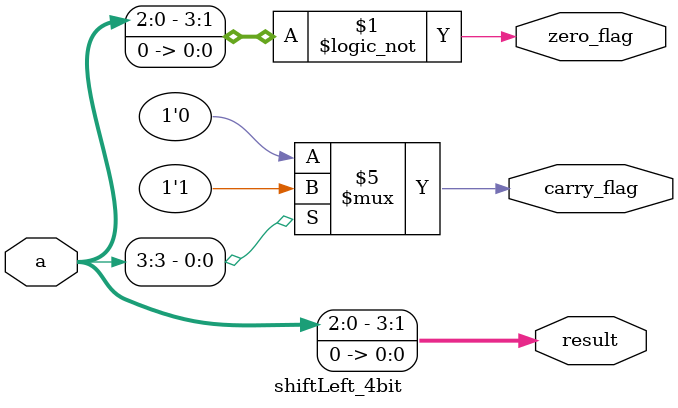
<source format=sv>
module shiftLeft_4bit(
  input logic [3:0] a,
  output logic [3:0] result,
  output logic zero_flag,
  output logic carry_flag
);

	assign result[0] = 1'b0;
  assign result[1] = a[0];
  assign result[2] = a[1];
  assign result[3] = a[2];

  // Set zero flag
  assign zero_flag = (result == 4'b0000);

  // Set carry flag based on the value of the MSB of input 'a'
  always_comb begin
    if (a[3] == 1'b1)
      carry_flag = 1'b1;
    else
      carry_flag = 1'b0;
  end

endmodule

</source>
